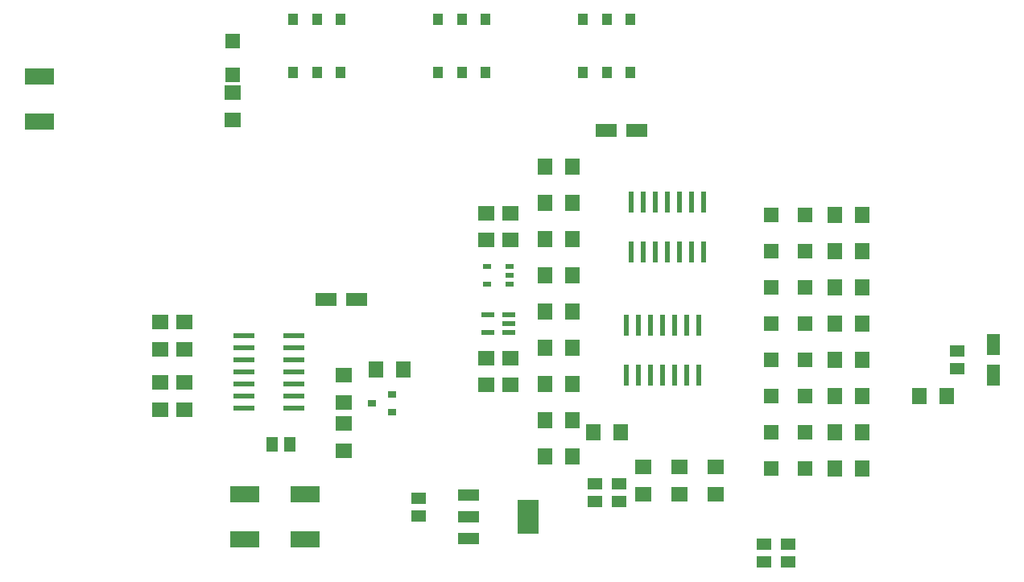
<source format=gbr>
G04 EAGLE Gerber X2 export*
%TF.Part,Single*%
%TF.FileFunction,Paste,Top*%
%TF.FilePolarity,Positive*%
%TF.GenerationSoftware,Autodesk,EAGLE,9.1.2*%
%TF.CreationDate,2019-11-04T22:46:01Z*%
G75*
%MOMM*%
%FSLAX34Y34*%
%LPD*%
%AMOC8*
5,1,8,0,0,1.08239X$1,22.5*%
G01*
%ADD10R,2.200000X1.400000*%
%ADD11R,1.400000X2.200000*%
%ADD12R,1.800000X1.600000*%
%ADD13R,2.200000X0.600000*%
%ADD14R,0.600000X2.200000*%
%ADD15R,1.500000X1.500000*%
%ADD16R,0.900000X0.800000*%
%ADD17R,1.803000X1.600000*%
%ADD18R,1.600000X1.803000*%
%ADD19R,1.000000X1.150000*%
%ADD20R,0.965200X0.508000*%
%ADD21R,1.473200X0.558800*%
%ADD22R,2.235000X1.219000*%
%ADD23R,2.200000X3.600000*%
%ADD24R,3.150000X1.680000*%
%ADD25R,1.500000X1.300000*%
%ADD26R,1.300000X1.500000*%


D10*
X729740Y622300D03*
X697740Y622300D03*
X435100Y444500D03*
X403100Y444500D03*
D11*
X1104900Y397000D03*
X1104900Y365000D03*
D12*
X596900Y534700D03*
X596900Y506700D03*
X571500Y506700D03*
X571500Y534700D03*
X596900Y354300D03*
X596900Y382300D03*
X571500Y382300D03*
X571500Y354300D03*
D13*
X368900Y342900D03*
X316900Y342900D03*
X368900Y330200D03*
X368900Y355600D03*
X368900Y368300D03*
X316900Y330200D03*
X316900Y355600D03*
X316900Y368300D03*
X368900Y393700D03*
X316900Y393700D03*
X368900Y381000D03*
X368900Y406400D03*
X316900Y381000D03*
X316900Y406400D03*
D14*
X787400Y546700D03*
X787400Y494700D03*
X800100Y546700D03*
X774700Y546700D03*
X762000Y546700D03*
X800100Y494700D03*
X774700Y494700D03*
X762000Y494700D03*
X736600Y546700D03*
X736600Y494700D03*
X749300Y546700D03*
X723900Y546700D03*
X749300Y494700D03*
X723900Y494700D03*
X782320Y417160D03*
X782320Y365160D03*
X795020Y417160D03*
X769620Y417160D03*
X756920Y417160D03*
X795020Y365160D03*
X769620Y365160D03*
X756920Y365160D03*
X731520Y417160D03*
X731520Y365160D03*
X744220Y417160D03*
X718820Y417160D03*
X744220Y365160D03*
X718820Y365160D03*
D15*
X304800Y716000D03*
X304800Y681000D03*
X906500Y533400D03*
X871500Y533400D03*
X906500Y495300D03*
X871500Y495300D03*
X906500Y457200D03*
X871500Y457200D03*
X906500Y419100D03*
X871500Y419100D03*
X906500Y381000D03*
X871500Y381000D03*
X906500Y342900D03*
X871500Y342900D03*
X906500Y304800D03*
X871500Y304800D03*
X906500Y266700D03*
X871500Y266700D03*
D16*
X472280Y325780D03*
X472280Y344780D03*
X451280Y335280D03*
D17*
X304800Y633480D03*
X304800Y661920D03*
D18*
X661920Y431800D03*
X633480Y431800D03*
X633480Y393700D03*
X661920Y393700D03*
X661920Y355600D03*
X633480Y355600D03*
X633480Y317500D03*
X661920Y317500D03*
X661920Y279400D03*
X633480Y279400D03*
X684280Y304800D03*
X712720Y304800D03*
X484120Y370840D03*
X455680Y370840D03*
D17*
X228600Y328680D03*
X228600Y357120D03*
X228600Y420620D03*
X228600Y392180D03*
X254000Y420620D03*
X254000Y392180D03*
X254000Y328680D03*
X254000Y357120D03*
D18*
X966720Y533400D03*
X938280Y533400D03*
X966720Y495300D03*
X938280Y495300D03*
X966720Y457200D03*
X938280Y457200D03*
X966720Y419100D03*
X938280Y419100D03*
X966720Y381000D03*
X938280Y381000D03*
X966720Y342900D03*
X938280Y342900D03*
X966720Y304800D03*
X938280Y304800D03*
X1027180Y342900D03*
X1055620Y342900D03*
X966720Y266700D03*
X938280Y266700D03*
D17*
X421640Y364740D03*
X421640Y336300D03*
X421640Y313940D03*
X421640Y285500D03*
D18*
X661920Y584200D03*
X633480Y584200D03*
X633480Y546100D03*
X661920Y546100D03*
X661920Y508000D03*
X633480Y508000D03*
X633480Y469900D03*
X661920Y469900D03*
D19*
X571100Y739450D03*
X546100Y739450D03*
X521100Y739450D03*
X571100Y682950D03*
X546100Y682950D03*
X521100Y682950D03*
X418700Y739450D03*
X393700Y739450D03*
X368700Y739450D03*
X418700Y682950D03*
X393700Y682950D03*
X368700Y682950D03*
X723500Y739450D03*
X698500Y739450D03*
X673500Y739450D03*
X723500Y682950D03*
X698500Y682950D03*
X673500Y682950D03*
D20*
X595884Y460375D03*
X595884Y469900D03*
X595884Y479425D03*
X572516Y479425D03*
X572516Y460375D03*
D21*
X595376Y409600D03*
X595376Y419100D03*
X595376Y428600D03*
X573024Y428600D03*
X573024Y409600D03*
D22*
X553210Y239010D03*
X553210Y215900D03*
X553210Y192790D03*
D23*
X615190Y215900D03*
D17*
X812800Y239780D03*
X812800Y268220D03*
X774700Y239780D03*
X774700Y268220D03*
X736600Y239780D03*
X736600Y268220D03*
D24*
X317500Y239800D03*
X317500Y192000D03*
X381000Y192000D03*
X381000Y239800D03*
X101600Y631420D03*
X101600Y679220D03*
D25*
X863600Y168300D03*
X863600Y187300D03*
X889000Y168300D03*
X889000Y187300D03*
X711200Y231800D03*
X711200Y250800D03*
X685800Y231800D03*
X685800Y250800D03*
X500380Y216560D03*
X500380Y235560D03*
D26*
X365100Y292100D03*
X346100Y292100D03*
D25*
X1066800Y371500D03*
X1066800Y390500D03*
M02*

</source>
